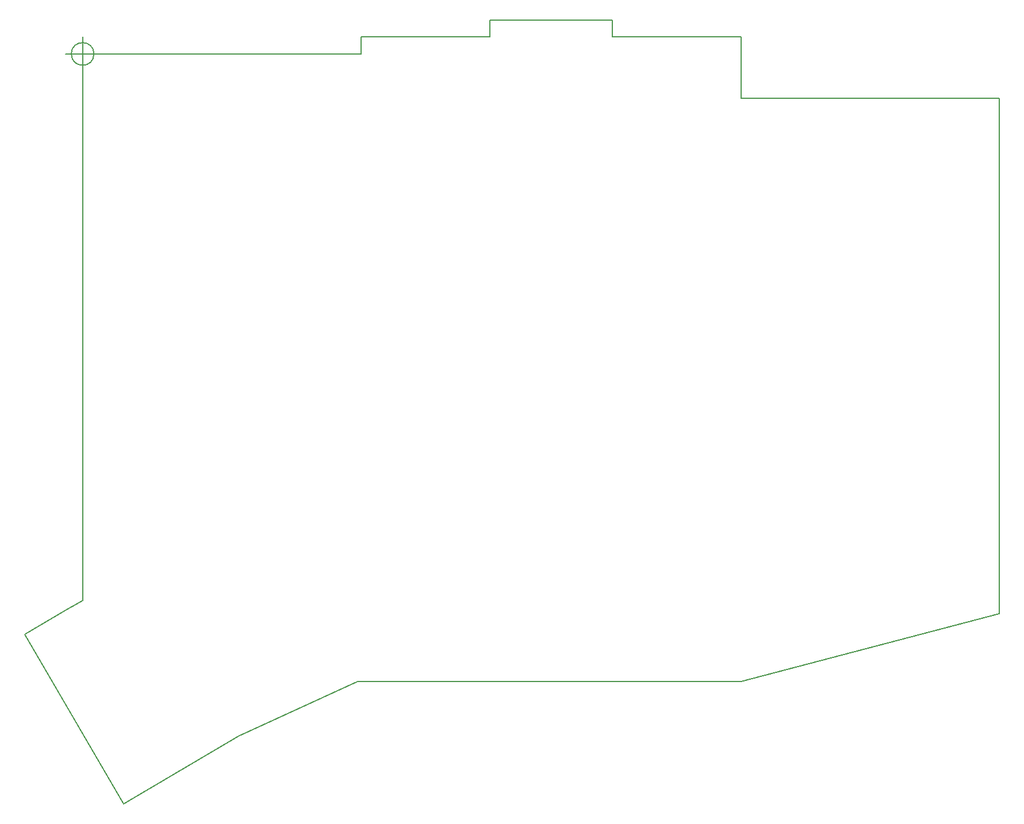
<source format=gm1>
G04 #@! TF.GenerationSoftware,KiCad,Pcbnew,5.1.5-52549c5~86~ubuntu19.10.1*
G04 #@! TF.CreationDate,2020-05-06T07:31:02+02:00*
G04 #@! TF.ProjectId,SofleKeyboard,536f666c-654b-4657-9962-6f6172642e6b,rev?*
G04 #@! TF.SameCoordinates,Original*
G04 #@! TF.FileFunction,Profile,NP*
%FSLAX46Y46*%
G04 Gerber Fmt 4.6, Leading zero omitted, Abs format (unit mm)*
G04 Created by KiCad (PCBNEW 5.1.5-52549c5~86~ubuntu19.10.1) date 2020-05-06 07:31:02*
%MOMM*%
%LPD*%
G04 APERTURE LIST*
%ADD10C,0.150000*%
G04 APERTURE END LIST*
D10*
X91396666Y-40552000D02*
G75*
G03X91396666Y-40552000I-1666666J0D01*
G01*
X87230000Y-40552000D02*
X92230000Y-40552000D01*
X89730000Y-38052000D02*
X89730000Y-43052000D01*
X111230000Y-40552000D02*
X89730000Y-40552000D01*
X130730000Y-40552000D02*
X111230000Y-40552000D01*
X130730000Y-38052000D02*
X130730000Y-40552000D01*
X149730000Y-38052000D02*
X130730000Y-38052000D01*
X149730000Y-35552000D02*
X149730000Y-38052000D01*
X167730000Y-35552000D02*
X149730000Y-35552000D01*
X167730000Y-38052000D02*
X167730000Y-35552000D01*
X186730000Y-38052000D02*
X167730000Y-38052000D01*
X186730000Y-47052000D02*
X186730000Y-38052000D01*
X224730000Y-47052000D02*
X186730000Y-47052000D01*
X224730000Y-123052000D02*
X224730000Y-47052000D01*
X186730000Y-133052000D02*
X224730000Y-123052000D01*
X130230000Y-133052000D02*
X186730000Y-133052000D01*
X112730000Y-141052000D02*
X130230000Y-133052000D01*
X95730000Y-151052000D02*
X112730000Y-141052000D01*
X81230000Y-126052000D02*
X95730000Y-151052000D01*
X87230000Y-122552000D02*
X81230000Y-126052000D01*
X89730000Y-40552000D02*
X89730000Y-99940000D01*
X89730000Y-99940000D02*
X89730000Y-100552000D01*
X89730000Y-100552000D02*
X89730000Y-121052000D01*
X89730000Y-121052000D02*
X87230000Y-122552000D01*
M02*

</source>
